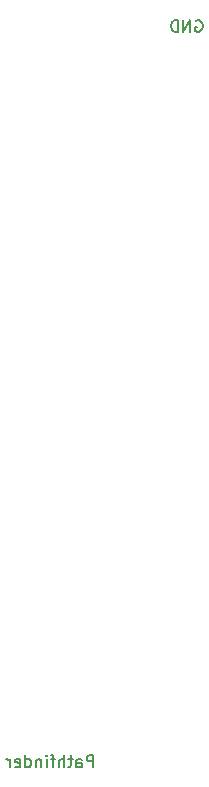
<source format=gbr>
%TF.GenerationSoftware,KiCad,Pcbnew,9.0.3*%
%TF.CreationDate,2025-07-25T20:10:58+07:00*%
%TF.ProjectId,Pathfinder,50617468-6669-46e6-9465-722e6b696361,rev?*%
%TF.SameCoordinates,Original*%
%TF.FileFunction,Legend,Bot*%
%TF.FilePolarity,Positive*%
%FSLAX46Y46*%
G04 Gerber Fmt 4.6, Leading zero omitted, Abs format (unit mm)*
G04 Created by KiCad (PCBNEW 9.0.3) date 2025-07-25 20:10:58*
%MOMM*%
%LPD*%
G01*
G04 APERTURE LIST*
%ADD10C,0.200000*%
G04 APERTURE END LIST*
D10*
X158680326Y-128617219D02*
X158680326Y-127617219D01*
X158680326Y-127617219D02*
X158299374Y-127617219D01*
X158299374Y-127617219D02*
X158204136Y-127664838D01*
X158204136Y-127664838D02*
X158156517Y-127712457D01*
X158156517Y-127712457D02*
X158108898Y-127807695D01*
X158108898Y-127807695D02*
X158108898Y-127950552D01*
X158108898Y-127950552D02*
X158156517Y-128045790D01*
X158156517Y-128045790D02*
X158204136Y-128093409D01*
X158204136Y-128093409D02*
X158299374Y-128141028D01*
X158299374Y-128141028D02*
X158680326Y-128141028D01*
X157251755Y-128617219D02*
X157251755Y-128093409D01*
X157251755Y-128093409D02*
X157299374Y-127998171D01*
X157299374Y-127998171D02*
X157394612Y-127950552D01*
X157394612Y-127950552D02*
X157585088Y-127950552D01*
X157585088Y-127950552D02*
X157680326Y-127998171D01*
X157251755Y-128569600D02*
X157346993Y-128617219D01*
X157346993Y-128617219D02*
X157585088Y-128617219D01*
X157585088Y-128617219D02*
X157680326Y-128569600D01*
X157680326Y-128569600D02*
X157727945Y-128474361D01*
X157727945Y-128474361D02*
X157727945Y-128379123D01*
X157727945Y-128379123D02*
X157680326Y-128283885D01*
X157680326Y-128283885D02*
X157585088Y-128236266D01*
X157585088Y-128236266D02*
X157346993Y-128236266D01*
X157346993Y-128236266D02*
X157251755Y-128188647D01*
X156918421Y-127950552D02*
X156537469Y-127950552D01*
X156775564Y-127617219D02*
X156775564Y-128474361D01*
X156775564Y-128474361D02*
X156727945Y-128569600D01*
X156727945Y-128569600D02*
X156632707Y-128617219D01*
X156632707Y-128617219D02*
X156537469Y-128617219D01*
X156204135Y-128617219D02*
X156204135Y-127617219D01*
X155775564Y-128617219D02*
X155775564Y-128093409D01*
X155775564Y-128093409D02*
X155823183Y-127998171D01*
X155823183Y-127998171D02*
X155918421Y-127950552D01*
X155918421Y-127950552D02*
X156061278Y-127950552D01*
X156061278Y-127950552D02*
X156156516Y-127998171D01*
X156156516Y-127998171D02*
X156204135Y-128045790D01*
X155442230Y-127950552D02*
X155061278Y-127950552D01*
X155299373Y-128617219D02*
X155299373Y-127760076D01*
X155299373Y-127760076D02*
X155251754Y-127664838D01*
X155251754Y-127664838D02*
X155156516Y-127617219D01*
X155156516Y-127617219D02*
X155061278Y-127617219D01*
X154727944Y-128617219D02*
X154727944Y-127950552D01*
X154727944Y-127617219D02*
X154775563Y-127664838D01*
X154775563Y-127664838D02*
X154727944Y-127712457D01*
X154727944Y-127712457D02*
X154680325Y-127664838D01*
X154680325Y-127664838D02*
X154727944Y-127617219D01*
X154727944Y-127617219D02*
X154727944Y-127712457D01*
X154251754Y-127950552D02*
X154251754Y-128617219D01*
X154251754Y-128045790D02*
X154204135Y-127998171D01*
X154204135Y-127998171D02*
X154108897Y-127950552D01*
X154108897Y-127950552D02*
X153966040Y-127950552D01*
X153966040Y-127950552D02*
X153870802Y-127998171D01*
X153870802Y-127998171D02*
X153823183Y-128093409D01*
X153823183Y-128093409D02*
X153823183Y-128617219D01*
X152918421Y-128617219D02*
X152918421Y-127617219D01*
X152918421Y-128569600D02*
X153013659Y-128617219D01*
X153013659Y-128617219D02*
X153204135Y-128617219D01*
X153204135Y-128617219D02*
X153299373Y-128569600D01*
X153299373Y-128569600D02*
X153346992Y-128521980D01*
X153346992Y-128521980D02*
X153394611Y-128426742D01*
X153394611Y-128426742D02*
X153394611Y-128141028D01*
X153394611Y-128141028D02*
X153346992Y-128045790D01*
X153346992Y-128045790D02*
X153299373Y-127998171D01*
X153299373Y-127998171D02*
X153204135Y-127950552D01*
X153204135Y-127950552D02*
X153013659Y-127950552D01*
X153013659Y-127950552D02*
X152918421Y-127998171D01*
X152061278Y-128569600D02*
X152156516Y-128617219D01*
X152156516Y-128617219D02*
X152346992Y-128617219D01*
X152346992Y-128617219D02*
X152442230Y-128569600D01*
X152442230Y-128569600D02*
X152489849Y-128474361D01*
X152489849Y-128474361D02*
X152489849Y-128093409D01*
X152489849Y-128093409D02*
X152442230Y-127998171D01*
X152442230Y-127998171D02*
X152346992Y-127950552D01*
X152346992Y-127950552D02*
X152156516Y-127950552D01*
X152156516Y-127950552D02*
X152061278Y-127998171D01*
X152061278Y-127998171D02*
X152013659Y-128093409D01*
X152013659Y-128093409D02*
X152013659Y-128188647D01*
X152013659Y-128188647D02*
X152489849Y-128283885D01*
X151585087Y-128617219D02*
X151585087Y-127950552D01*
X151585087Y-128141028D02*
X151537468Y-128045790D01*
X151537468Y-128045790D02*
X151489849Y-127998171D01*
X151489849Y-127998171D02*
X151394611Y-127950552D01*
X151394611Y-127950552D02*
X151299373Y-127950552D01*
X167356517Y-65414838D02*
X167451755Y-65367219D01*
X167451755Y-65367219D02*
X167594612Y-65367219D01*
X167594612Y-65367219D02*
X167737469Y-65414838D01*
X167737469Y-65414838D02*
X167832707Y-65510076D01*
X167832707Y-65510076D02*
X167880326Y-65605314D01*
X167880326Y-65605314D02*
X167927945Y-65795790D01*
X167927945Y-65795790D02*
X167927945Y-65938647D01*
X167927945Y-65938647D02*
X167880326Y-66129123D01*
X167880326Y-66129123D02*
X167832707Y-66224361D01*
X167832707Y-66224361D02*
X167737469Y-66319600D01*
X167737469Y-66319600D02*
X167594612Y-66367219D01*
X167594612Y-66367219D02*
X167499374Y-66367219D01*
X167499374Y-66367219D02*
X167356517Y-66319600D01*
X167356517Y-66319600D02*
X167308898Y-66271980D01*
X167308898Y-66271980D02*
X167308898Y-65938647D01*
X167308898Y-65938647D02*
X167499374Y-65938647D01*
X166880326Y-66367219D02*
X166880326Y-65367219D01*
X166880326Y-65367219D02*
X166308898Y-66367219D01*
X166308898Y-66367219D02*
X166308898Y-65367219D01*
X165832707Y-66367219D02*
X165832707Y-65367219D01*
X165832707Y-65367219D02*
X165594612Y-65367219D01*
X165594612Y-65367219D02*
X165451755Y-65414838D01*
X165451755Y-65414838D02*
X165356517Y-65510076D01*
X165356517Y-65510076D02*
X165308898Y-65605314D01*
X165308898Y-65605314D02*
X165261279Y-65795790D01*
X165261279Y-65795790D02*
X165261279Y-65938647D01*
X165261279Y-65938647D02*
X165308898Y-66129123D01*
X165308898Y-66129123D02*
X165356517Y-66224361D01*
X165356517Y-66224361D02*
X165451755Y-66319600D01*
X165451755Y-66319600D02*
X165594612Y-66367219D01*
X165594612Y-66367219D02*
X165832707Y-66367219D01*
M02*

</source>
